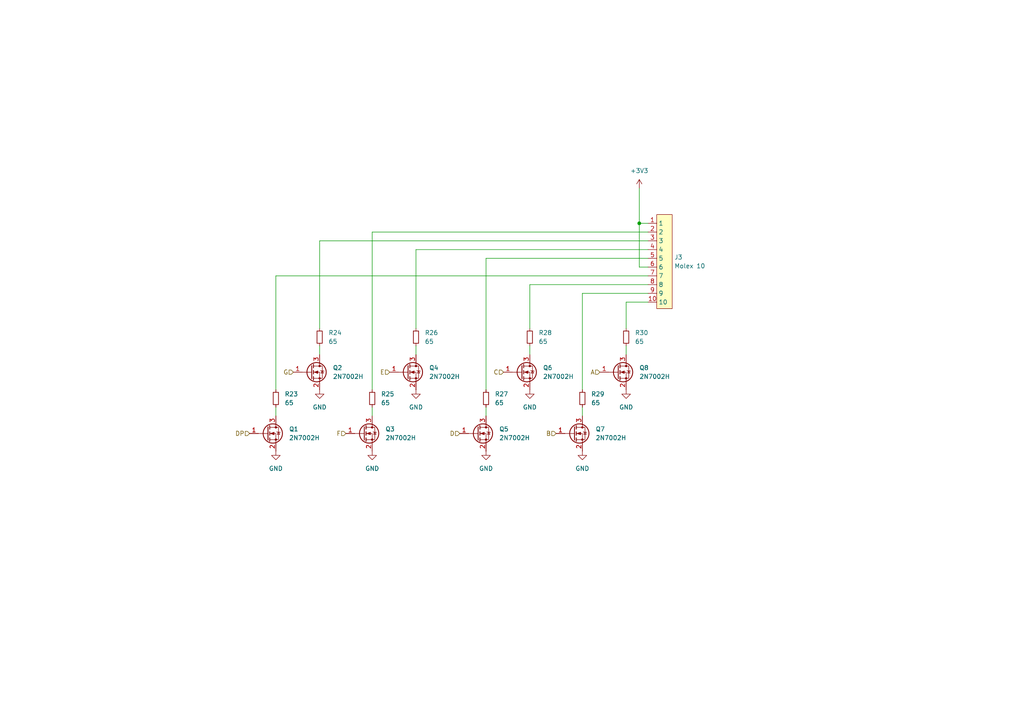
<source format=kicad_sch>
(kicad_sch (version 20250114) (generator "eeschema") (generator_version "9.0")
  (paper "A4")
  (title_block (date "2025-02-26"))
  (lib_symbols
    (symbol "Device:R_Small" (pin_numbers (hide yes)) (pin_names (offset 0.254) (hide yes))
      (property "Reference" "R" (at 0.762 0.508 0))
      (property "Value" "R_Small" (at 0.762 -1.016 0))
      (symbol "R_Small_0_1"
        (rectangle (start -0.762 1.778) (end 0.762 -1.778) (stroke (width 0.2032)))
      )
      (symbol "R_Small_1_1"
        (pin passive line (at 0 2.54 270) (length 0.762) (name "~") (number "1"))
        (pin passive line (at 0 -2.54 90) (length 0.762) (name "~") (number "2"))
      )
    )
    (symbol "Transistor_FET:2N7002H" (pin_names (hide yes))
      (property "Reference" "Q" (at 5.08 1.905 0))
      (property "Value" "2N7002H" (at 5.08 0 0))
      (symbol "2N7002H_0_1"
        (polyline (pts (xy 0.254 1.905) (xy 0.254 -1.905)) (stroke (width 0.254)))
        (polyline (pts (xy 0.254 0) (xy -2.54 0)))
        (polyline (pts (xy 0.762 2.286) (xy 0.762 1.27)) (stroke (width 0.254)))
        (polyline (pts (xy 0.762 0.508) (xy 0.762 -0.508)) (stroke (width 0.254)))
        (polyline (pts (xy 0.762 -1.27) (xy 0.762 -2.286)) (stroke (width 0.254)))
        (polyline (pts (xy 0.762 -1.778) (xy 3.302 -1.778) (xy 3.302 1.778) (xy 0.762 1.778)))
        (polyline (pts (xy 1.016 0) (xy 2.032 0.381) (xy 2.032 -0.381) (xy 1.016 0)) (fill (type outline)))
        (circle (center 1.651 0) (radius 2.794) (stroke (width 0.254)))
        (polyline (pts (xy 2.54 2.54) (xy 2.54 1.778)))
        (circle (center 2.54 1.778) (radius 0.254) (fill (type outline)))
        (circle (center 2.54 -1.778) (radius 0.254) (fill (type outline)))
        (polyline (pts (xy 2.54 -2.54) (xy 2.54 0) (xy 0.762 0)))
        (polyline (pts (xy 2.794 0.508) (xy 2.921 0.381) (xy 3.683 0.381) (xy 3.81 0.254)))
        (polyline (pts (xy 3.302 0.381) (xy 2.921 -0.254) (xy 3.683 -0.254) (xy 3.302 0.381)))
      )
      (symbol "2N7002H_1_1"
        (pin input line (at -5.08 0 0) (length 2.54) (name "G") (number "1"))
        (pin passive line (at 2.54 5.08 270) (length 2.54) (name "D") (number "3"))
        (pin passive line (at 2.54 -5.08 90) (length 2.54) (name "S") (number "2"))
      )
    )
    (symbol "hotline_symbols:Molex10"
      (property "Reference" "J" (at -2.794 18.542 0))
      (property "Value" "Molex 10" (at 5.08 16.51 0))
      (symbol "Molex10_1_1"
        (rectangle (start -1.27 13.97) (end 3.175 -13.335) (fill (type background)))
        (pin passive line (at -3.81 11.43 0) (length 2.54) (name "1") (number "1"))
        (pin passive line (at -3.81 8.89 0) (length 2.54) (name "2") (number "2"))
        (pin passive line (at -3.81 6.35 0) (length 2.54) (name "3") (number "3"))
        (pin passive line (at -3.81 3.81 0) (length 2.54) (name "4") (number "4"))
        (pin passive line (at -3.81 1.27 0) (length 2.54) (name "5") (number "5"))
        (pin passive line (at -3.81 -1.27 0) (length 2.54) (name "6") (number "6"))
        (pin passive line (at -3.81 -3.81 0) (length 2.54) (name "7") (number "7"))
        (pin passive line (at -3.81 -6.35 0) (length 2.54) (name "8") (number "8"))
        (pin passive line (at -3.81 -8.89 0) (length 2.54) (name "9") (number "9"))
        (pin passive line (at -3.81 -11.43 0) (length 2.54) (name "10") (number "10"))
      )
    )
    (symbol "power:+3V3" (power) (pin_numbers (hide yes)) (pin_names (offset 0) (hide yes))
      (property "Value" "+3V3" (at 0 3.556 0))
      (symbol "+3V3_0_1"
        (polyline (pts (xy -0.762 1.27) (xy 0 2.54)))
        (polyline (pts (xy 0 2.54) (xy 0.762 1.27)))
        (polyline (pts (xy 0 0) (xy 0 2.54)))
      )
      (symbol "+3V3_1_1"
        (pin power_in line (at 0 0 90) (length 0) (name "~") (number "1"))
      )
    )
    (symbol "power:GND" (power) (pin_numbers (hide yes)) (pin_names (offset 0) (hide yes))
      (property "Value" "GND" (at 0 -3.81 0))
      (symbol "GND_0_1"
        (polyline (pts (xy 0 0) (xy 0 -1.27) (xy 1.27 -1.27) (xy 0 -2.54) (xy -1.27 -1.27) (xy 0 -1.27)))
      )
      (symbol "GND_1_1"
        (pin power_in line (at 0 0 270) (length 0) (name "~") (number "1"))
      )
    )
  )
  (junction (at 185.42 64.77))
  (wire (pts (xy 187.96 82.55) (xy 153.67 82.55)))
  (wire (pts (xy 187.96 87.63) (xy 181.61 87.63)))
  (wire (pts (xy 80.01 80.01) (xy 80.01 113.03)))
  (wire (pts (xy 120.65 72.39) (xy 120.65 95.25)))
  (wire (pts (xy 187.96 77.47) (xy 185.42 77.47)))
  (wire (pts (xy 187.96 85.09) (xy 168.91 85.09)))
  (wire (pts (xy 153.67 82.55) (xy 153.67 95.25)))
  (wire (pts (xy 120.65 100.33) (xy 120.65 102.87)))
  (wire (pts (xy 80.01 118.11) (xy 80.01 120.65)))
  (wire (pts (xy 153.67 100.33) (xy 153.67 102.87)))
  (wire (pts (xy 140.97 74.93) (xy 140.97 113.03)))
  (wire (pts (xy 168.91 118.11) (xy 168.91 120.65)))
  (wire (pts (xy 187.96 74.93) (xy 140.97 74.93)))
  (wire (pts (xy 140.97 118.11) (xy 140.97 120.65)))
  (wire (pts (xy 92.71 69.85) (xy 92.71 95.25)))
  (wire (pts (xy 181.61 87.63) (xy 181.61 95.25)))
  (wire (pts (xy 168.91 85.09) (xy 168.91 113.03)))
  (wire (pts (xy 187.96 67.31) (xy 107.95 67.31)))
  (wire (pts (xy 185.42 77.47) (xy 185.42 64.77)))
  (wire (pts (xy 187.96 72.39) (xy 120.65 72.39)))
  (wire (pts (xy 185.42 54.61) (xy 185.42 64.77)))
  (wire (pts (xy 185.42 64.77) (xy 187.96 64.77)))
  (wire (pts (xy 181.61 100.33) (xy 181.61 102.87)))
  (wire (pts (xy 107.95 67.31) (xy 107.95 113.03)))
  (wire (pts (xy 92.71 100.33) (xy 92.71 102.87)))
  (wire (pts (xy 187.96 69.85) (xy 92.71 69.85)))
  (wire (pts (xy 107.95 118.11) (xy 107.95 120.65)))
  (wire (pts (xy 187.96 80.01) (xy 80.01 80.01)))
  (hierarchical_label "F" (shape input) (at 100.33 125.73 180))
  (hierarchical_label "DP" (shape input) (at 72.39 125.73 180))
  (hierarchical_label "B" (shape input) (at 161.29 125.73 180))
  (hierarchical_label "C" (shape input) (at 146.05 107.95 180))
  (hierarchical_label "A" (shape input) (at 173.99 107.95 180))
  (hierarchical_label "G" (shape input) (at 85.09 107.95 180))
  (hierarchical_label "E" (shape input) (at 113.03 107.95 180))
  (hierarchical_label "D" (shape input) (at 133.35 125.73 180))
  (symbol (lib_id "hotline_symbols:Molex10") (at 191.77 76.2 0) (unit 1)
    (property "Reference" "J3" (at 195.58 74.6124 0) (effects (justify left)))
    (property "Value" "Molex 10" (at 195.58 77.1524 0) (effects (justify left)))
    (property "Footprint" "Connector_Molex:Molex_PicoBlade_53261-1071_1x10-1MP_P1.25mm_Horizontal" (effects (hide yes)))
    (instances (project "" (path "" (reference "J3") (unit 1)) (path "" (reference "J4") (unit 1))))
  )
  (symbol (lib_id "power:GND") (at 181.61 113.03 0) (unit 1)
    (property "Reference" "#PWR065" (effects (hide yes)))
    (property "Value" "GND" (at 181.61 118.11 0))
    (property "Description" "Power symbol creates a global label with name \"GND\" , ground" (effects (hide yes)))
    (instances (project "hotline" (path "" (reference "#PWR065") (unit 1)) (path "" (reference "#PWR074") (unit 1))))
  )
  (symbol (lib_id "power:GND") (at 80.01 130.81 0) (unit 1)
    (property "Reference" "#PWR058" (effects (hide yes)))
    (property "Value" "GND" (at 80.01 135.89 0))
    (property "Description" "Power symbol creates a global label with name \"GND\" , ground" (effects (hide yes)))
    (instances (project "hotline" (path "" (reference "#PWR058") (unit 1)) (path "" (reference "#PWR067") (unit 1))))
  )
  (symbol (lib_id "Device:R_Small") (at 107.95 115.57 0) (unit 1)
    (property "Reference" "R25" (at 110.49 114.2999 0) (effects (justify left)))
    (property "Value" "65" (at 110.49 116.8399 0) (effects (justify left)))
    (property "Footprint" "Resistor_SMD:R_0603_1608Metric_Pad0.98x0.95mm_HandSolder" (effects (hide yes)))
    (property "Description" "Resistor, small symbol" (effects (hide yes)))
    (instances (project "hotline" (path "" (reference "R25") (unit 1)) (path "" (reference "R33") (unit 1))))
  )
  (symbol (lib_id "Transistor_FET:2N7002H") (at 179.07 107.95 0) (unit 1)
    (property "Reference" "Q8" (at 185.42 106.6799 0) (effects (justify left)))
    (property "Value" "2N7002H" (at 185.42 109.2199 0) (effects (justify left)))
    (property "Footprint" "Package_TO_SOT_SMD:SOT-23" (effects (hide yes)))
    (property "Datasheet" "http://www.diodes.com/assets/Datasheets/2N7002H.pdf" (effects (hide yes)))
    (property "Description" "0.21A Id, 60V Vds, N-Channel MOSFET, SOT-23" (effects (hide yes)))
    (instances (project "hotline" (path "" (reference "Q8") (unit 1)) (path "" (reference "Q16") (unit 1))))
  )
  (symbol (lib_id "power:GND") (at 92.71 113.03 0) (unit 1)
    (property "Reference" "#PWR059" (effects (hide yes)))
    (property "Value" "GND" (at 92.71 118.11 0))
    (property "Description" "Power symbol creates a global label with name \"GND\" , ground" (effects (hide yes)))
    (instances (project "hotline" (path "" (reference "#PWR059") (unit 1)) (path "" (reference "#PWR068") (unit 1))))
  )
  (symbol (lib_id "Transistor_FET:2N7002H") (at 138.43 125.73 0) (unit 1)
    (property "Reference" "Q5" (at 144.78 124.4599 0) (effects (justify left)))
    (property "Value" "2N7002H" (at 144.78 126.9999 0) (effects (justify left)))
    (property "Footprint" "Package_TO_SOT_SMD:SOT-23" (effects (hide yes)))
    (property "Datasheet" "http://www.diodes.com/assets/Datasheets/2N7002H.pdf" (effects (hide yes)))
    (property "Description" "0.21A Id, 60V Vds, N-Channel MOSFET, SOT-23" (effects (hide yes)))
    (instances (project "hotline" (path "" (reference "Q5") (unit 1)) (path "" (reference "Q13") (unit 1))))
  )
  (symbol (lib_id "Transistor_FET:2N7002H") (at 77.47 125.73 0) (unit 1)
    (property "Reference" "Q1" (at 83.82 124.4599 0) (effects (justify left)))
    (property "Value" "2N7002H" (at 83.82 126.9999 0) (effects (justify left)))
    (property "Footprint" "Package_TO_SOT_SMD:SOT-23" (effects (hide yes)))
    (property "Datasheet" "http://www.diodes.com/assets/Datasheets/2N7002H.pdf" (effects (hide yes)))
    (property "Description" "0.21A Id, 60V Vds, N-Channel MOSFET, SOT-23" (effects (hide yes)))
    (instances (project "hotline" (path "" (reference "Q1") (unit 1)) (path "" (reference "Q9") (unit 1))))
  )
  (symbol (lib_id "power:GND") (at 140.97 130.81 0) (unit 1)
    (property "Reference" "#PWR062" (effects (hide yes)))
    (property "Value" "GND" (at 140.97 135.89 0))
    (property "Description" "Power symbol creates a global label with name \"GND\" , ground" (effects (hide yes)))
    (instances (project "hotline" (path "" (reference "#PWR062") (unit 1)) (path "" (reference "#PWR071") (unit 1))))
  )
  (symbol (lib_id "power:GND") (at 120.65 113.03 0) (unit 1)
    (property "Reference" "#PWR061" (effects (hide yes)))
    (property "Value" "GND" (at 120.65 118.11 0))
    (property "Description" "Power symbol creates a global label with name \"GND\" , ground" (effects (hide yes)))
    (instances (project "hotline" (path "" (reference "#PWR061") (unit 1)) (path "" (reference "#PWR070") (unit 1))))
  )
  (symbol (lib_id "Device:R_Small") (at 153.67 97.79 0) (unit 1)
    (property "Reference" "R28" (at 156.21 96.5199 0) (effects (justify left)))
    (property "Value" "65" (at 156.21 99.0599 0) (effects (justify left)))
    (property "Footprint" "Resistor_SMD:R_0603_1608Metric_Pad0.98x0.95mm_HandSolder" (effects (hide yes)))
    (property "Description" "Resistor, small symbol" (effects (hide yes)))
    (instances (project "hotline" (path "" (reference "R28") (unit 1)) (path "" (reference "R36") (unit 1))))
  )
  (symbol (lib_id "power:GND") (at 107.95 130.81 0) (unit 1)
    (property "Reference" "#PWR060" (effects (hide yes)))
    (property "Value" "GND" (at 107.95 135.89 0))
    (property "Description" "Power symbol creates a global label with name \"GND\" , ground" (effects (hide yes)))
    (instances (project "hotline" (path "" (reference "#PWR060") (unit 1)) (path "" (reference "#PWR069") (unit 1))))
  )
  (symbol (lib_id "power:GND") (at 168.91 130.81 0) (unit 1)
    (property "Reference" "#PWR064" (effects (hide yes)))
    (property "Value" "GND" (at 168.91 135.89 0))
    (property "Description" "Power symbol creates a global label with name \"GND\" , ground" (effects (hide yes)))
    (instances (project "hotline" (path "" (reference "#PWR064") (unit 1)) (path "" (reference "#PWR073") (unit 1))))
  )
  (symbol (lib_id "Device:R_Small") (at 120.65 97.79 0) (unit 1)
    (property "Reference" "R26" (at 123.19 96.5199 0) (effects (justify left)))
    (property "Value" "65" (at 123.19 99.0599 0) (effects (justify left)))
    (property "Footprint" "Resistor_SMD:R_0603_1608Metric_Pad0.98x0.95mm_HandSolder" (effects (hide yes)))
    (property "Description" "Resistor, small symbol" (effects (hide yes)))
    (instances (project "hotline" (path "" (reference "R26") (unit 1)) (path "" (reference "R34") (unit 1))))
  )
  (symbol (lib_id "Transistor_FET:2N7002H") (at 166.37 125.73 0) (unit 1)
    (property "Reference" "Q7" (at 172.72 124.4599 0) (effects (justify left)))
    (property "Value" "2N7002H" (at 172.72 126.9999 0) (effects (justify left)))
    (property "Footprint" "Package_TO_SOT_SMD:SOT-23" (effects (hide yes)))
    (property "Datasheet" "http://www.diodes.com/assets/Datasheets/2N7002H.pdf" (effects (hide yes)))
    (property "Description" "0.21A Id, 60V Vds, N-Channel MOSFET, SOT-23" (effects (hide yes)))
    (instances (project "hotline" (path "" (reference "Q7") (unit 1)) (path "" (reference "Q15") (unit 1))))
  )
  (symbol (lib_id "Transistor_FET:2N7002H") (at 90.17 107.95 0) (unit 1)
    (property "Reference" "Q2" (at 96.52 106.6799 0) (effects (justify left)))
    (property "Value" "2N7002H" (at 96.52 109.2199 0) (effects (justify left)))
    (property "Footprint" "Package_TO_SOT_SMD:SOT-23" (effects (hide yes)))
    (property "Datasheet" "http://www.diodes.com/assets/Datasheets/2N7002H.pdf" (effects (hide yes)))
    (property "Description" "0.21A Id, 60V Vds, N-Channel MOSFET, SOT-23" (effects (hide yes)))
    (instances (project "hotline" (path "" (reference "Q2") (unit 1)) (path "" (reference "Q10") (unit 1))))
  )
  (symbol (lib_id "Transistor_FET:2N7002H") (at 105.41 125.73 0) (unit 1)
    (property "Reference" "Q3" (at 111.76 124.4599 0) (effects (justify left)))
    (property "Value" "2N7002H" (at 111.76 126.9999 0) (effects (justify left)))
    (property "Footprint" "Package_TO_SOT_SMD:SOT-23" (effects (hide yes)))
    (property "Datasheet" "http://www.diodes.com/assets/Datasheets/2N7002H.pdf" (effects (hide yes)))
    (property "Description" "0.21A Id, 60V Vds, N-Channel MOSFET, SOT-23" (effects (hide yes)))
    (instances (project "hotline" (path "" (reference "Q3") (unit 1)) (path "" (reference "Q11") (unit 1))))
  )
  (symbol (lib_id "Device:R_Small") (at 168.91 115.57 0) (unit 1)
    (property "Reference" "R29" (at 171.45 114.2999 0) (effects (justify left)))
    (property "Value" "65" (at 171.45 116.8399 0) (effects (justify left)))
    (property "Footprint" "Resistor_SMD:R_0603_1608Metric_Pad0.98x0.95mm_HandSolder" (effects (hide yes)))
    (property "Description" "Resistor, small symbol" (effects (hide yes)))
    (instances (project "hotline" (path "" (reference "R29") (unit 1)) (path "" (reference "R37") (unit 1))))
  )
  (symbol (lib_id "Transistor_FET:2N7002H") (at 118.11 107.95 0) (unit 1)
    (property "Reference" "Q4" (at 124.46 106.6799 0) (effects (justify left)))
    (property "Value" "2N7002H" (at 124.46 109.2199 0) (effects (justify left)))
    (property "Footprint" "Package_TO_SOT_SMD:SOT-23" (effects (hide yes)))
    (property "Datasheet" "http://www.diodes.com/assets/Datasheets/2N7002H.pdf" (effects (hide yes)))
    (property "Description" "0.21A Id, 60V Vds, N-Channel MOSFET, SOT-23" (effects (hide yes)))
    (instances (project "hotline" (path "" (reference "Q4") (unit 1)) (path "" (reference "Q12") (unit 1))))
  )
  (symbol (lib_id "power:GND") (at 153.67 113.03 0) (unit 1)
    (property "Reference" "#PWR063" (effects (hide yes)))
    (property "Value" "GND" (at 153.67 118.11 0))
    (property "Description" "Power symbol creates a global label with name \"GND\" , ground" (effects (hide yes)))
    (instances (project "hotline" (path "" (reference "#PWR063") (unit 1)) (path "" (reference "#PWR072") (unit 1))))
  )
  (symbol (lib_id "power:+3V3") (at 185.42 54.61 0) (unit 1)
    (property "Reference" "#PWR066" (effects (hide yes)))
    (property "Value" "+3V3" (at 185.42 49.53 0))
    (property "Description" "Power symbol creates a global label with name \"+3V3\"" (effects (hide yes)))
    (instances (project "hotline" (path "" (reference "#PWR066") (unit 1)) (path "" (reference "#PWR075") (unit 1))))
  )
  (symbol (lib_id "Device:R_Small") (at 140.97 115.57 0) (unit 1)
    (property "Reference" "R27" (at 143.51 114.2999 0) (effects (justify left)))
    (property "Value" "65" (at 143.51 116.8399 0) (effects (justify left)))
    (property "Footprint" "Resistor_SMD:R_0603_1608Metric_Pad0.98x0.95mm_HandSolder" (effects (hide yes)))
    (property "Description" "Resistor, small symbol" (effects (hide yes)))
    (instances (project "hotline" (path "" (reference "R27") (unit 1)) (path "" (reference "R35") (unit 1))))
  )
  (symbol (lib_id "Device:R_Small") (at 92.71 97.79 0) (unit 1)
    (property "Reference" "R24" (at 95.25 96.5199 0) (effects (justify left)))
    (property "Value" "65" (at 95.25 99.0599 0) (effects (justify left)))
    (property "Footprint" "Resistor_SMD:R_0603_1608Metric_Pad0.98x0.95mm_HandSolder" (effects (hide yes)))
    (property "Description" "Resistor, small symbol" (effects (hide yes)))
    (instances (project "hotline" (path "" (reference "R24") (unit 1)) (path "" (reference "R32") (unit 1))))
  )
  (symbol (lib_id "Device:R_Small") (at 181.61 97.79 0) (unit 1)
    (property "Reference" "R30" (at 184.15 96.5199 0) (effects (justify left)))
    (property "Value" "65" (at 184.15 99.0599 0) (effects (justify left)))
    (property "Footprint" "Resistor_SMD:R_0603_1608Metric_Pad0.98x0.95mm_HandSolder" (effects (hide yes)))
    (property "Description" "Resistor, small symbol" (effects (hide yes)))
    (instances (project "hotline" (path "" (reference "R30") (unit 1)) (path "" (reference "R38") (unit 1))))
  )
  (symbol (lib_id "Transistor_FET:2N7002H") (at 151.13 107.95 0) (unit 1)
    (property "Reference" "Q6" (at 157.48 106.6799 0) (effects (justify left)))
    (property "Value" "2N7002H" (at 157.48 109.2199 0) (effects (justify left)))
    (property "Footprint" "Package_TO_SOT_SMD:SOT-23" (effects (hide yes)))
    (property "Datasheet" "http://www.diodes.com/assets/Datasheets/2N7002H.pdf" (effects (hide yes)))
    (property "Description" "0.21A Id, 60V Vds, N-Channel MOSFET, SOT-23" (effects (hide yes)))
    (instances (project "hotline" (path "" (reference "Q6") (unit 1)) (path "" (reference "Q14") (unit 1))))
  )
  (symbol (lib_id "Device:R_Small") (at 80.01 115.57 0) (unit 1)
    (property "Reference" "R23" (at 82.55 114.2999 0) (effects (justify left)))
    (property "Value" "65" (at 82.55 116.8399 0) (effects (justify left)))
    (property "Footprint" "Resistor_SMD:R_0603_1608Metric_Pad0.98x0.95mm_HandSolder" (effects (hide yes)))
    (property "Description" "Resistor, small symbol" (effects (hide yes)))
    (instances (project "hotline" (path "" (reference "R23") (unit 1)) (path "" (reference "R31") (unit 1))))
  )
)
</source>
